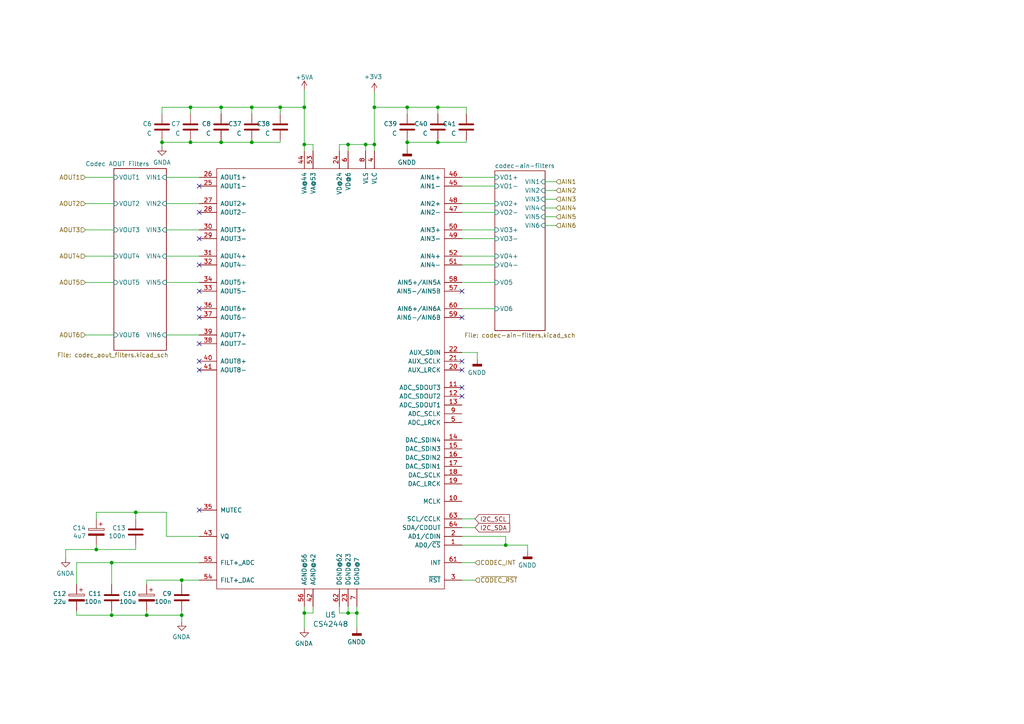
<source format=kicad_sch>
(kicad_sch (version 20211123) (generator eeschema)
  (paper "A4")
  (lib_symbols
    (symbol "Device:C" (pin_numbers hide) (pin_names (offset 0.254))
      (property "Reference" "C" (at 0.635 2.54 0))
      (property "Value" "C" (at 0.635 -2.54 0))
      (symbol "C_0_1"
        (polyline (pts (xy -2.032 -0.762) (xy 2.032 -0.762)) (stroke (width 0.508)))
        (polyline (pts (xy -2.032 0.762) (xy 2.032 0.762)) (stroke (width 0.508)))
      )
      (symbol "C_1_1"
        (pin passive line (at 0 3.81 270) (length 2.794) (name "~") (number "1"))
        (pin passive line (at 0 -3.81 90) (length 2.794) (name "~") (number "2"))
      )
    )
    (symbol "Device:CP" (pin_numbers hide) (pin_names (offset 0.254))
      (property "Reference" "C" (at 0.635 2.54 0))
      (property "Value" "Device_CP" (at 0.635 -2.54 0))
      (symbol "CP_0_1"
        (rectangle (start -2.286 0.508) (end 2.286 1.016))
        (polyline (pts (xy -1.778 2.286) (xy -0.762 2.286)))
        (polyline (pts (xy -1.27 2.794) (xy -1.27 1.778)))
        (rectangle (start 2.286 -0.508) (end -2.286 -1.016) (fill (type outline)))
      )
      (symbol "CP_1_1"
        (pin passive line (at 0 3.81 270) (length 2.794) (name "~") (number "1"))
        (pin passive line (at 0 -3.81 90) (length 2.794) (name "~") (number "2"))
      )
    )
    (symbol "Teensy-Eurorack:CS42448" (pin_names (offset 1.016))
      (property "Reference" "U" (at -33.02 62.23 0))
      (property "Value" "CS42448" (at -33.02 -63.5 0))
      (symbol "CS42448_1_0"
        (polyline (pts (xy -33.02 -60.96) (xy -33.02 60.96)))
        (polyline (pts (xy -33.02 60.96) (xy 33.02 60.96)))
        (polyline (pts (xy 33.02 -60.96) (xy -33.02 -60.96)))
        (polyline (pts (xy 33.02 60.96) (xy 33.02 -60.96)))
        (pin input line (at -38.1 -48.26 0) (length 5.08) (name "AD0/~{CS}") (number "1"))
        (pin input line (at -38.1 -35.56 0) (length 5.08) (name "MCLK") (number "10"))
        (pin output line (at -38.1 -2.54 0) (length 5.08) (name "ADC_SDOUT3") (number "11"))
        (pin output line (at -38.1 -5.08 0) (length 5.08) (name "ADC_SDOUT2") (number "12"))
        (pin output line (at -38.1 -7.62 0) (length 5.08) (name "ADC_SDOUT1") (number "13"))
        (pin input line (at -38.1 -17.78 0) (length 5.08) (name "DAC_SDIN4") (number "14"))
        (pin input line (at -38.1 -20.32 0) (length 5.08) (name "DAC_SDIN3") (number "15"))
        (pin input line (at -38.1 -22.86 0) (length 5.08) (name "DAC_SDIN2") (number "16"))
        (pin input line (at -38.1 -25.4 0) (length 5.08) (name "DAC_SDIN1") (number "17"))
        (pin bidirectional line (at -38.1 -27.94 0) (length 5.08) (name "DAC_SCLK") (number "18"))
        (pin bidirectional line (at -38.1 -30.48 0) (length 5.08) (name "DAC_LRCK") (number "19"))
        (pin input line (at -38.1 -45.72 0) (length 5.08) (name "AD1/CDIN") (number "2"))
        (pin output line (at -38.1 2.54 0) (length 5.08) (name "AUX_LRCK") (number "20"))
        (pin output line (at -38.1 5.08 0) (length 5.08) (name "AUX_SCLK") (number "21"))
        (pin input line (at -38.1 7.62 0) (length 5.08) (name "AUX_SDIN") (number "22"))
        (pin power_in line (at -5.08 -66.04 90) (length 5.08) (name "DGND@23") (number "23"))
        (pin passive line (at -2.54 66.04 270) (length 5.08) (name "VD@24") (number "24"))
        (pin output line (at 38.1 55.88 180) (length 5.08) (name "AOUT1-") (number "25"))
        (pin output line (at 38.1 58.42 180) (length 5.08) (name "AOUT1+") (number "26"))
        (pin output line (at 38.1 50.8 180) (length 5.08) (name "AOUT2+") (number "27"))
        (pin output line (at 38.1 48.26 180) (length 5.08) (name "AOUT2-") (number "28"))
        (pin output line (at 38.1 40.64 180) (length 5.08) (name "AOUT3-") (number "29"))
        (pin input line (at -38.1 -58.42 0) (length 5.08) (name "~{RST}") (number "3"))
        (pin output line (at 38.1 43.18 180) (length 5.08) (name "AOUT3+") (number "30"))
        (pin output line (at 38.1 35.56 180) (length 5.08) (name "AOUT4+") (number "31"))
        (pin output line (at 38.1 33.02 180) (length 5.08) (name "AOUT4-") (number "32"))
        (pin output line (at 38.1 25.4 180) (length 5.08) (name "AOUT5-") (number "33"))
        (pin output line (at 38.1 27.94 180) (length 5.08) (name "AOUT5+") (number "34"))
        (pin output line (at 38.1 -38.1 180) (length 5.08) (name "MUTEC") (number "35"))
        (pin output line (at 38.1 20.32 180) (length 5.08) (name "AOUT6+") (number "36"))
        (pin output line (at 38.1 17.78 180) (length 5.08) (name "AOUT6-") (number "37"))
        (pin output line (at 38.1 10.16 180) (length 5.08) (name "AOUT7-") (number "38"))
        (pin output line (at 38.1 12.7 180) (length 5.08) (name "AOUT7+") (number "39"))
        (pin input line (at -12.7 66.04 270) (length 5.08) (name "VLC") (number "4"))
        (pin output line (at 38.1 5.08 180) (length 5.08) (name "AOUT8+") (number "40"))
        (pin output line (at 38.1 2.54 180) (length 5.08) (name "AOUT8-") (number "41"))
        (pin power_in line (at 5.08 -66.04 90) (length 5.08) (name "AGND@42") (number "42"))
        (pin output line (at 38.1 -45.72 180) (length 5.08) (name "VQ") (number "43"))
        (pin power_in line (at 7.62 66.04 270) (length 5.08) (name "VA@44") (number "44"))
        (pin input line (at -38.1 55.88 0) (length 5.08) (name "AIN1-") (number "45"))
        (pin input line (at -38.1 58.42 0) (length 5.08) (name "AIN1+") (number "46"))
        (pin input line (at -38.1 48.26 0) (length 5.08) (name "AIN2-") (number "47"))
        (pin input line (at -38.1 50.8 0) (length 5.08) (name "AIN2+") (number "48"))
        (pin input line (at -38.1 40.64 0) (length 5.08) (name "AIN3-") (number "49"))
        (pin bidirectional line (at -38.1 -12.7 0) (length 5.08) (name "ADC_LRCK") (number "5"))
        (pin input line (at -38.1 43.18 0) (length 5.08) (name "AIN3+") (number "50"))
        (pin input line (at -38.1 33.02 0) (length 5.08) (name "AIN4-") (number "51"))
        (pin input line (at -38.1 35.56 0) (length 5.08) (name "AIN4+") (number "52"))
        (pin power_in line (at 5.08 66.04 270) (length 5.08) (name "VA@53") (number "53"))
        (pin output line (at 38.1 -58.42 180) (length 5.08) (name "FILT+_DAC") (number "54"))
        (pin output line (at 38.1 -53.34 180) (length 5.08) (name "FILT+_ADC") (number "55"))
        (pin power_in line (at 7.62 -66.04 90) (length 5.08) (name "AGND@56") (number "56"))
        (pin input line (at -38.1 25.4 0) (length 5.08) (name "AIN5-/AIN5B") (number "57"))
        (pin input line (at -38.1 27.94 0) (length 5.08) (name "AIN5+/AIN5A") (number "58"))
        (pin input line (at -38.1 17.78 0) (length 5.08) (name "AIN6-/AIN6B") (number "59"))
        (pin power_in line (at -5.08 66.04 270) (length 5.08) (name "VD@6") (number "6"))
        (pin input line (at -38.1 20.32 0) (length 5.08) (name "AIN6+/AIN6A") (number "60"))
        (pin output line (at -38.1 -53.34 0) (length 5.08) (name "INT") (number "61"))
        (pin bidirectional line (at -2.54 -66.04 90) (length 5.08) (name "DGND@62") (number "62"))
        (pin input line (at -38.1 -40.64 0) (length 5.08) (name "SCL/CCLK") (number "63"))
        (pin bidirectional line (at -38.1 -43.18 0) (length 5.08) (name "SDA/CDOUT") (number "64"))
        (pin power_in line (at -7.62 -66.04 90) (length 5.08) (name "DGND@7") (number "7"))
        (pin input line (at -10.16 66.04 270) (length 5.08) (name "VLS") (number "8"))
        (pin bidirectional line (at -38.1 -10.16 0) (length 5.08) (name "ADC_SCLK") (number "9"))
      )
    )
    (symbol "power:+3.3V" (power) (pin_names (offset 0))
      (property "Value" "+3.3V" (at 0 3.556 0))
      (symbol "+3.3V_0_1"
        (polyline (pts (xy -0.762 1.27) (xy 0 2.54)))
        (polyline (pts (xy 0 0) (xy 0 2.54)))
        (polyline (pts (xy 0 2.54) (xy 0.762 1.27)))
      )
      (symbol "+3.3V_1_1"
        (pin power_in line (at 0 0 90) (length 0) hide (name "+3V3") (number "1"))
      )
    )
    (symbol "power:+5VA" (power) (pin_names (offset 0))
      (property "Value" "+5VA" (at 0 3.556 0))
      (symbol "+5VA_0_1"
        (polyline (pts (xy -0.762 1.27) (xy 0 2.54)))
        (polyline (pts (xy 0 0) (xy 0 2.54)))
        (polyline (pts (xy 0 2.54) (xy 0.762 1.27)))
      )
      (symbol "+5VA_1_1"
        (pin power_in line (at 0 0 90) (length 0) hide (name "+5VA") (number "1"))
      )
    )
    (symbol "power:GNDA" (power) (pin_names (offset 0))
      (property "Value" "GNDA" (at 0 -3.81 0))
      (symbol "GNDA_0_1"
        (polyline (pts (xy 0 0) (xy 0 -1.27) (xy 1.27 -1.27) (xy 0 -2.54) (xy -1.27 -1.27) (xy 0 -1.27)))
      )
      (symbol "GNDA_1_1"
        (pin power_in line (at 0 0 270) (length 0) hide (name "GNDA") (number "1"))
      )
    )
    (symbol "power:GNDD" (power) (pin_names (offset 0))
      (property "Value" "GNDD" (at 0 -3.175 0))
      (symbol "GNDD_0_1"
        (rectangle (start -1.27 -1.524) (end 1.27 -2.032) (stroke (width 0.254)) (fill (type outline)))
        (polyline (pts (xy 0 0) (xy 0 -1.524)))
      )
      (symbol "GNDD_1_1"
        (pin power_in line (at 0 0 270) (length 0) hide (name "GNDD") (number "1"))
      )
    )
  )
  (junction (at 88.265 31.115))
  (junction (at 52.705 178.435))
  (junction (at 46.99 41.275))
  (junction (at 39.37 148.59))
  (junction (at 73.025 41.275))
  (junction (at 73.025 31.115))
  (junction (at 81.28 31.115))
  (junction (at 42.545 178.435))
  (junction (at 55.245 31.115))
  (junction (at 27.94 159.385))
  (junction (at 127 31.115))
  (junction (at 64.135 31.115))
  (junction (at 100.965 177.8))
  (junction (at 127 41.275))
  (junction (at 118.11 31.115))
  (junction (at 118.11 41.275))
  (junction (at 108.585 31.115))
  (junction (at 103.505 177.8))
  (junction (at 146.685 158.115))
  (junction (at 32.385 163.195))
  (junction (at 106.045 41.91))
  (junction (at 108.585 41.91))
  (junction (at 88.265 177.8))
  (junction (at 55.245 41.275))
  (junction (at 100.965 41.91))
  (junction (at 88.265 41.91))
  (junction (at 64.135 41.275))
  (junction (at 32.385 178.435))
  (junction (at 52.705 168.275))
  (no_connect (at 57.785 107.315))
  (no_connect (at 57.785 104.775))
  (no_connect (at 57.785 84.455))
  (no_connect (at 57.785 92.075))
  (no_connect (at 57.785 61.595))
  (no_connect (at 57.785 69.215))
  (no_connect (at 57.785 53.975))
  (no_connect (at 57.785 76.835))
  (no_connect (at 133.985 114.935))
  (no_connect (at 133.985 84.455))
  (no_connect (at 133.985 104.775))
  (no_connect (at 133.985 107.315))
  (no_connect (at 133.985 112.395))
  (no_connect (at 57.785 147.955))
  (no_connect (at 57.785 99.695))
  (no_connect (at 57.785 89.535))
  (no_connect (at 133.985 92.075))
  (wire (pts (xy 46.99 31.115) (xy 46.99 33.02)))
  (wire (pts (xy 39.37 148.59) (xy 39.37 150.495)))
  (wire (pts (xy 27.94 148.59) (xy 27.94 150.495)))
  (wire (pts (xy 100.965 177.8) (xy 103.505 177.8)))
  (wire (pts (xy 127 41.275) (xy 118.11 41.275)))
  (wire (pts (xy 88.265 31.115) (xy 81.28 31.115)))
  (wire (pts (xy 64.135 31.115) (xy 64.135 33.02)))
  (wire (pts (xy 52.705 177.165) (xy 52.705 178.435)))
  (wire (pts (xy 135.255 41.275) (xy 127 41.275)))
  (wire (pts (xy 103.505 177.8) (xy 103.505 175.895)))
  (wire (pts (xy 108.585 41.91) (xy 108.585 43.815)))
  (wire (pts (xy 133.985 61.595) (xy 143.51 61.595)))
  (wire (pts (xy 55.245 31.115) (xy 55.245 33.02)))
  (wire (pts (xy 39.37 159.385) (xy 39.37 158.115)))
  (wire (pts (xy 133.985 76.835) (xy 143.51 76.835)))
  (wire (pts (xy 133.985 155.575) (xy 146.685 155.575)))
  (wire (pts (xy 133.985 150.495) (xy 137.795 150.495)))
  (wire (pts (xy 32.385 178.435) (xy 22.225 178.435)))
  (wire (pts (xy 48.26 74.295) (xy 57.785 74.295)))
  (wire (pts (xy 135.255 33.02) (xy 135.255 31.115)))
  (wire (pts (xy 90.805 177.8) (xy 88.265 177.8)))
  (wire (pts (xy 81.28 40.64) (xy 81.28 41.275)))
  (wire (pts (xy 100.965 41.91) (xy 100.965 43.815)))
  (wire (pts (xy 118.11 31.115) (xy 108.585 31.115)))
  (wire (pts (xy 98.425 175.895) (xy 98.425 177.8)))
  (wire (pts (xy 22.225 163.195) (xy 22.225 169.545)))
  (wire (pts (xy 158.115 57.785) (xy 161.29 57.785)))
  (wire (pts (xy 52.705 168.275) (xy 42.545 168.275)))
  (wire (pts (xy 81.28 41.275) (xy 73.025 41.275)))
  (wire (pts (xy 146.685 155.575) (xy 146.685 158.115)))
  (wire (pts (xy 133.985 69.215) (xy 143.51 69.215)))
  (wire (pts (xy 133.985 74.295) (xy 143.51 74.295)))
  (wire (pts (xy 32.385 163.195) (xy 22.225 163.195)))
  (wire (pts (xy 118.11 41.275) (xy 118.11 40.64)))
  (wire (pts (xy 108.585 31.115) (xy 108.585 41.91)))
  (wire (pts (xy 81.28 31.115) (xy 73.025 31.115)))
  (wire (pts (xy 48.26 51.435) (xy 57.785 51.435)))
  (wire (pts (xy 24.765 59.055) (xy 33.02 59.055)))
  (wire (pts (xy 138.43 102.235) (xy 138.43 104.14)))
  (wire (pts (xy 133.985 53.975) (xy 143.51 53.975)))
  (wire (pts (xy 143.51 81.915) (xy 133.985 81.915)))
  (wire (pts (xy 127 31.115) (xy 118.11 31.115)))
  (wire (pts (xy 42.545 168.275) (xy 42.545 169.545)))
  (wire (pts (xy 27.94 159.385) (xy 39.37 159.385)))
  (wire (pts (xy 98.425 41.91) (xy 98.425 43.815)))
  (wire (pts (xy 42.545 178.435) (xy 32.385 178.435)))
  (wire (pts (xy 81.28 31.115) (xy 81.28 33.02)))
  (wire (pts (xy 158.115 52.705) (xy 161.29 52.705)))
  (wire (pts (xy 48.26 155.575) (xy 48.26 148.59)))
  (wire (pts (xy 88.265 31.115) (xy 88.265 41.91)))
  (wire (pts (xy 39.37 148.59) (xy 27.94 148.59)))
  (wire (pts (xy 143.51 59.055) (xy 133.985 59.055)))
  (wire (pts (xy 48.26 59.055) (xy 57.785 59.055)))
  (wire (pts (xy 32.385 163.195) (xy 32.385 169.545)))
  (wire (pts (xy 24.765 66.675) (xy 33.02 66.675)))
  (wire (pts (xy 52.705 178.435) (xy 42.545 178.435)))
  (wire (pts (xy 73.025 31.115) (xy 73.025 33.02)))
  (wire (pts (xy 158.115 62.865) (xy 161.29 62.865)))
  (wire (pts (xy 158.115 60.325) (xy 161.29 60.325)))
  (wire (pts (xy 48.26 66.675) (xy 57.785 66.675)))
  (wire (pts (xy 24.765 51.435) (xy 33.02 51.435)))
  (wire (pts (xy 138.43 102.235) (xy 133.985 102.235)))
  (wire (pts (xy 24.765 97.155) (xy 33.02 97.155)))
  (wire (pts (xy 22.225 177.165) (xy 22.225 178.435)))
  (wire (pts (xy 48.26 97.155) (xy 57.785 97.155)))
  (wire (pts (xy 42.545 178.435) (xy 42.545 177.165)))
  (wire (pts (xy 106.045 41.91) (xy 106.045 43.815)))
  (wire (pts (xy 88.265 26.035) (xy 88.265 31.115)))
  (wire (pts (xy 64.135 31.115) (xy 55.245 31.115)))
  (wire (pts (xy 46.99 41.275) (xy 46.99 40.64)))
  (wire (pts (xy 153.035 158.115) (xy 153.035 160.02)))
  (wire (pts (xy 100.965 177.8) (xy 100.965 175.895)))
  (wire (pts (xy 57.785 155.575) (xy 48.26 155.575)))
  (wire (pts (xy 118.11 41.275) (xy 118.11 43.18)))
  (wire (pts (xy 146.685 158.115) (xy 153.035 158.115)))
  (wire (pts (xy 27.94 158.115) (xy 27.94 159.385)))
  (wire (pts (xy 24.765 81.915) (xy 33.02 81.915)))
  (wire (pts (xy 127 41.275) (xy 127 40.64)))
  (wire (pts (xy 73.025 31.115) (xy 64.135 31.115)))
  (wire (pts (xy 127 31.115) (xy 127 33.02)))
  (wire (pts (xy 103.505 177.8) (xy 103.505 182.245)))
  (wire (pts (xy 88.265 43.815) (xy 88.265 41.91)))
  (wire (pts (xy 98.425 177.8) (xy 100.965 177.8)))
  (wire (pts (xy 27.94 159.385) (xy 19.05 159.385)))
  (wire (pts (xy 55.245 41.275) (xy 55.245 40.64)))
  (wire (pts (xy 90.805 41.91) (xy 88.265 41.91)))
  (wire (pts (xy 48.26 81.915) (xy 57.785 81.915)))
  (wire (pts (xy 88.265 182.245) (xy 88.265 177.8)))
  (wire (pts (xy 64.135 41.275) (xy 73.025 41.275)))
  (wire (pts (xy 90.805 43.815) (xy 90.805 41.91)))
  (wire (pts (xy 90.805 175.895) (xy 90.805 177.8)))
  (wire (pts (xy 143.51 51.435) (xy 133.985 51.435)))
  (wire (pts (xy 73.025 41.275) (xy 73.025 40.64)))
  (wire (pts (xy 158.115 55.245) (xy 161.29 55.245)))
  (wire (pts (xy 55.245 41.275) (xy 46.99 41.275)))
  (wire (pts (xy 143.51 66.675) (xy 133.985 66.675)))
  (wire (pts (xy 106.045 41.91) (xy 108.585 41.91)))
  (wire (pts (xy 135.255 40.64) (xy 135.255 41.275)))
  (wire (pts (xy 100.965 41.91) (xy 106.045 41.91)))
  (wire (pts (xy 158.115 65.405) (xy 161.29 65.405)))
  (wire (pts (xy 24.765 74.295) (xy 33.02 74.295)))
  (wire (pts (xy 64.135 41.275) (xy 55.245 41.275)))
  (wire (pts (xy 57.785 163.195) (xy 32.385 163.195)))
  (wire (pts (xy 46.99 41.275) (xy 46.99 42.545)))
  (wire (pts (xy 32.385 177.165) (xy 32.385 178.435)))
  (wire (pts (xy 118.11 31.115) (xy 118.11 33.02)))
  (wire (pts (xy 88.265 177.8) (xy 88.265 175.895)))
  (wire (pts (xy 55.245 31.115) (xy 46.99 31.115)))
  (wire (pts (xy 64.135 40.64) (xy 64.135 41.275)))
  (wire (pts (xy 19.05 159.385) (xy 19.05 161.925)))
  (wire (pts (xy 52.705 178.435) (xy 52.705 180.34)))
  (wire (pts (xy 133.985 168.275) (xy 137.795 168.275)))
  (wire (pts (xy 98.425 41.91) (xy 100.965 41.91)))
  (wire (pts (xy 146.685 158.115) (xy 133.985 158.115)))
  (wire (pts (xy 57.785 168.275) (xy 52.705 168.275)))
  (wire (pts (xy 133.985 153.035) (xy 137.795 153.035)))
  (wire (pts (xy 52.705 168.275) (xy 52.705 169.545)))
  (wire (pts (xy 133.985 163.195) (xy 137.795 163.195)))
  (wire (pts (xy 135.255 31.115) (xy 127 31.115)))
  (wire (pts (xy 108.585 26.67) (xy 108.585 31.115)))
  (wire (pts (xy 48.26 148.59) (xy 39.37 148.59)))
  (wire (pts (xy 133.985 89.535) (xy 143.51 89.535)))
  (global_label "I2C_SCL" (shape input) (at 137.795 150.495 0) (property "Intersheet References" "${INTERSHEET_REFS}" (effects hide)))
  (global_label "I2C_SDA" (shape input) (at 137.795 153.035 0) (property "Intersheet References" "${INTERSHEET_REFS}" (effects hide)))
  (hierarchical_label "AOUT4" (shape input) (at 24.765 74.295 180))
  (hierarchical_label "AIN2" (shape input) (at 161.29 55.245 0))
  (hierarchical_label "AOUT1" (shape input) (at 24.765 51.435 180))
  (hierarchical_label "AOUT2" (shape input) (at 24.765 59.055 180))
  (hierarchical_label "AIN1" (shape input) (at 161.29 52.705 0))
  (hierarchical_label "CODEC_INT" (shape input) (at 137.795 163.195 0))
  (hierarchical_label "AIN5" (shape input) (at 161.29 62.865 0))
  (hierarchical_label "AIN4" (shape input) (at 161.29 60.325 0))
  (hierarchical_label "AOUT3" (shape input) (at 24.765 66.675 180))
  (hierarchical_label "~{CODEC_RST}" (shape input) (at 137.795 168.275 0))
  (hierarchical_label "AIN6" (shape input) (at 161.29 65.405 0))
  (hierarchical_label "AOUT6" (shape input) (at 24.765 97.155 180))
  (hierarchical_label "AOUT5" (shape input) (at 24.765 81.915 180))
  (hierarchical_label "AIN3" (shape input) (at 161.29 57.785 0))
  (symbol (lib_id "Teensy-Eurorack:CS42448") (at 95.885 109.855 0) (mirror y) (unit 1)
    (property "Reference" "U5" (at 95.885 178.3334 0) (effects (font (size 1.4986 1.4986))))
    (property "Value" "CS42448" (at 95.885 181.0004 0) (effects (font (size 1.4986 1.4986))))
    (property "Footprint" "Package_QFP:LQFP-64_10x10mm_P0.5mm" (effects hide))
  )
  (symbol (lib_id "power:GNDD") (at 103.505 182.245 0) (mirror y) (unit 1)
    (property "Reference" "#PWR033" (effects hide))
    (property "Value" "GNDD" (at 103.4034 186.182 0))
  )
  (symbol (lib_id "power:GNDA") (at 88.265 182.245 0) (mirror y) (unit 1)
    (property "Reference" "#PWR035" (effects hide))
    (property "Value" "GNDA" (at 88.138 186.6392 0))
  )
  (symbol (lib_id "power:GNDD") (at 153.035 160.02 0) (mirror y) (unit 1)
    (property "Reference" "#PWR030" (effects hide))
    (property "Value" "GNDD" (at 152.9334 163.957 0))
  )
  (symbol (lib_id "Device:C") (at 52.705 173.355 0) (mirror y) (unit 1)
    (property "Reference" "C9" (at 49.784 172.1866 0) (effects (justify left)))
    (property "Value" "100n" (at 49.784 174.498 0) (effects (justify left)))
    (property "Footprint" "Capacitor_SMD:C_0603_1608Metric_Pad1.08x0.95mm_HandSolder" (effects hide))
  )
  (symbol (lib_id "Device:CP") (at 42.545 173.355 0) (mirror y) (unit 1)
    (property "Reference" "C10" (at 39.5478 172.1866 0) (effects (justify left)))
    (property "Value" "100u" (at 39.5478 174.498 0) (effects (justify left)))
    (property "Footprint" "Capacitor_SMD:C_0603_1608Metric_Pad1.08x0.95mm_HandSolder" (effects hide))
  )
  (symbol (lib_id "Device:C") (at 32.385 173.355 0) (mirror y) (unit 1)
    (property "Reference" "C11" (at 29.464 172.1866 0) (effects (justify left)))
    (property "Value" "100n" (at 29.464 174.498 0) (effects (justify left)))
    (property "Footprint" "Capacitor_SMD:C_0603_1608Metric_Pad1.08x0.95mm_HandSolder" (effects hide))
  )
  (symbol (lib_id "Device:CP") (at 22.225 173.355 0) (mirror y) (unit 1)
    (property "Reference" "C12" (at 19.2278 172.1866 0) (effects (justify left)))
    (property "Value" "22u" (at 19.2278 174.498 0) (effects (justify left)))
    (property "Footprint" "Capacitor_SMD:C_0603_1608Metric_Pad1.08x0.95mm_HandSolder" (effects hide))
  )
  (symbol (lib_id "Device:C") (at 39.37 154.305 0) (mirror y) (unit 1)
    (property "Reference" "C13" (at 36.449 153.1366 0) (effects (justify left)))
    (property "Value" "100n" (at 36.449 155.448 0) (effects (justify left)))
    (property "Footprint" "Capacitor_SMD:C_0603_1608Metric_Pad1.08x0.95mm_HandSolder" (effects hide))
  )
  (symbol (lib_id "Device:CP") (at 27.94 154.305 0) (mirror y) (unit 1)
    (property "Reference" "C14" (at 24.9428 153.1366 0) (effects (justify left)))
    (property "Value" "4u7" (at 24.9428 155.448 0) (effects (justify left)))
    (property "Footprint" "Capacitor_SMD:C_0603_1608Metric_Pad1.08x0.95mm_HandSolder" (effects hide))
  )
  (symbol (lib_id "power:+3.3V") (at 108.585 26.67 0) (mirror y) (unit 1)
    (property "Reference" "#PWR032" (effects hide))
    (property "Value" "+3.3V" (at 108.204 22.2758 0))
  )
  (symbol (lib_id "power:GNDD") (at 138.43 104.14 0) (mirror y) (unit 1)
    (property "Reference" "#PWR031" (effects hide))
    (property "Value" "GNDD" (at 138.3284 108.077 0))
  )
  (symbol (lib_id "power:GNDA") (at 46.99 42.545 0) (mirror y) (unit 1)
    (property "Reference" "#PWR036" (effects hide))
    (property "Value" "GNDA" (at 46.99 47.1075 0))
  )
  (symbol (lib_id "Device:C") (at 81.28 36.83 0) (mirror y) (unit 1)
    (property "Reference" "C38" (at 78.359 35.9215 0) (effects (justify left)))
    (property "Value" "C" (at 78.359 38.6966 0) (effects (justify left)))
    (property "Footprint" "Capacitor_SMD:C_0603_1608Metric_Pad1.08x0.95mm_HandSolder" (effects hide))
  )
  (symbol (lib_id "Device:C") (at 135.255 36.83 0) (mirror y) (unit 1)
    (property "Reference" "C41" (at 132.334 35.9215 0) (effects (justify left)))
    (property "Value" "C" (at 132.334 38.6966 0) (effects (justify left)))
    (property "Footprint" "Capacitor_SMD:C_0603_1608Metric_Pad1.08x0.95mm_HandSolder" (effects hide))
  )
  (symbol (lib_id "power:GNDA") (at 19.05 161.925 0) (mirror y) (unit 1)
    (property "Reference" "#PWR034" (effects hide))
    (property "Value" "GNDA" (at 18.923 166.3192 0))
  )
  (symbol (lib_id "power:GNDD") (at 118.11 43.18 0) (mirror y) (unit 1)
    (property "Reference" "#PWR067" (effects hide))
    (property "Value" "GNDD" (at 118.0084 47.117 0))
  )
  (symbol (lib_id "power:GNDA") (at 52.705 180.34 0) (mirror y) (unit 1)
    (property "Reference" "#PWR065" (effects hide))
    (property "Value" "GNDA" (at 52.578 184.7342 0))
  )
  (symbol (lib_id "Device:C") (at 46.99 36.83 0) (mirror y) (unit 1)
    (property "Reference" "C6" (at 44.069 35.9215 0) (effects (justify left)))
    (property "Value" "C" (at 44.069 38.6966 0) (effects (justify left)))
    (property "Footprint" "Capacitor_SMD:C_0603_1608Metric_Pad1.08x0.95mm_HandSolder" (effects hide))
  )
  (symbol (lib_id "Device:C") (at 55.245 36.83 0) (mirror y) (unit 1)
    (property "Reference" "C7" (at 52.324 35.9215 0) (effects (justify left)))
    (property "Value" "C" (at 52.324 38.6966 0) (effects (justify left)))
    (property "Footprint" "Capacitor_SMD:C_0603_1608Metric_Pad1.08x0.95mm_HandSolder" (effects hide))
  )
  (symbol (lib_id "power:+5VA") (at 88.265 26.035 0) (mirror y) (unit 1)
    (property "Reference" "#PWR066" (effects hide))
    (property "Value" "+5VA" (at 88.265 22.4305 0))
  )
  (symbol (lib_id "Device:C") (at 127 36.83 0) (mirror y) (unit 1)
    (property "Reference" "C40" (at 124.079 35.9215 0) (effects (justify left)))
    (property "Value" "C" (at 124.079 38.6966 0) (effects (justify left)))
    (property "Footprint" "Capacitor_SMD:C_0603_1608Metric_Pad1.08x0.95mm_HandSolder" (effects hide))
  )
  (symbol (lib_id "Device:C") (at 73.025 36.83 0) (mirror y) (unit 1)
    (property "Reference" "C37" (at 70.104 35.9215 0) (effects (justify left)))
    (property "Value" "C" (at 70.104 38.6966 0) (effects (justify left)))
    (property "Footprint" "Capacitor_SMD:C_0603_1608Metric_Pad1.08x0.95mm_HandSolder" (effects hide))
  )
  (symbol (lib_id "Device:C") (at 64.135 36.83 0) (mirror y) (unit 1)
    (property "Reference" "C8" (at 61.214 35.9215 0) (effects (justify left)))
    (property "Value" "C" (at 61.214 38.6966 0) (effects (justify left)))
    (property "Footprint" "Capacitor_SMD:C_0603_1608Metric_Pad1.08x0.95mm_HandSolder" (effects hide))
  )
  (symbol (lib_id "Device:C") (at 118.11 36.83 0) (mirror y) (unit 1)
    (property "Reference" "C39" (at 115.189 35.9215 0) (effects (justify left)))
    (property "Value" "C" (at 115.189 38.6966 0) (effects (justify left)))
    (property "Footprint" "Capacitor_SMD:C_0603_1608Metric_Pad1.08x0.95mm_HandSolder" (effects hide))
  )
  (sheet (at 143.51 49.53) (size 14.605 46.355)
    (property "Sheet name" "codec-ain-filters" (at 143.51 48.8184 0) (effects (justify left bottom)))
    (property "Sheet file" "codec-ain-filters.kicad_sch" (at 134.62 96.52 0) (effects (justify left top)))
    (pin "VIN1" input (at 158.115 52.705 0))
    (pin "VIN2" input (at 158.115 55.245 0))
    (pin "VIN3" input (at 158.115 57.785 0))
    (pin "VIN4" input (at 158.115 60.325 0))
    (pin "VIN5" input (at 158.115 62.865 0))
    (pin "VIN6" input (at 158.115 65.405 0))
    (pin "VO1+" input (at 143.51 51.435 180))
    (pin "VO1-" input (at 143.51 53.975 180))
    (pin "VO2+" input (at 143.51 59.055 180))
    (pin "VO2-" input (at 143.51 61.595 180))
    (pin "VO3+" input (at 143.51 66.675 180))
    (pin "VO3-" input (at 143.51 69.215 180))
    (pin "VO4+" input (at 143.51 74.295 180))
    (pin "VO4-" input (at 143.51 76.835 180))
    (pin "VO5" input (at 143.51 81.915 180))
    (pin "VO6" input (at 143.51 89.535 180))
  )
  (sheet (at 33.02 48.895) (size 15.24 52.705) (stroke (width 0.1524))
    (property "Sheet name" "Codec AOUT Filters" (at 24.765 48.26 0) (effects (justify left bottom)))
    (property "Sheet file" "codec_aout_filters.kicad_sch" (at 16.51 102.235 0) (effects (justify left top)))
    (pin "VIN2" input (at 48.26 59.055 0))
    (pin "VIN3" input (at 48.26 66.675 0))
    (pin "VIN4" input (at 48.26 74.295 0))
    (pin "VIN5" input (at 48.26 81.915 0))
    (pin "VIN6" input (at 48.26 97.155 0))
    (pin "VIN1" input (at 48.26 51.435 0))
    (pin "VOUT1" input (at 33.02 51.435 180))
    (pin "VOUT2" input (at 33.02 59.055 180))
    (pin "VOUT3" input (at 33.02 66.675 180))
    (pin "VOUT4" input (at 33.02 74.295 180))
    (pin "VOUT5" input (at 33.02 81.915 180))
    (pin "VOUT6" input (at 33.02 97.155 180))
  )
)
</source>
